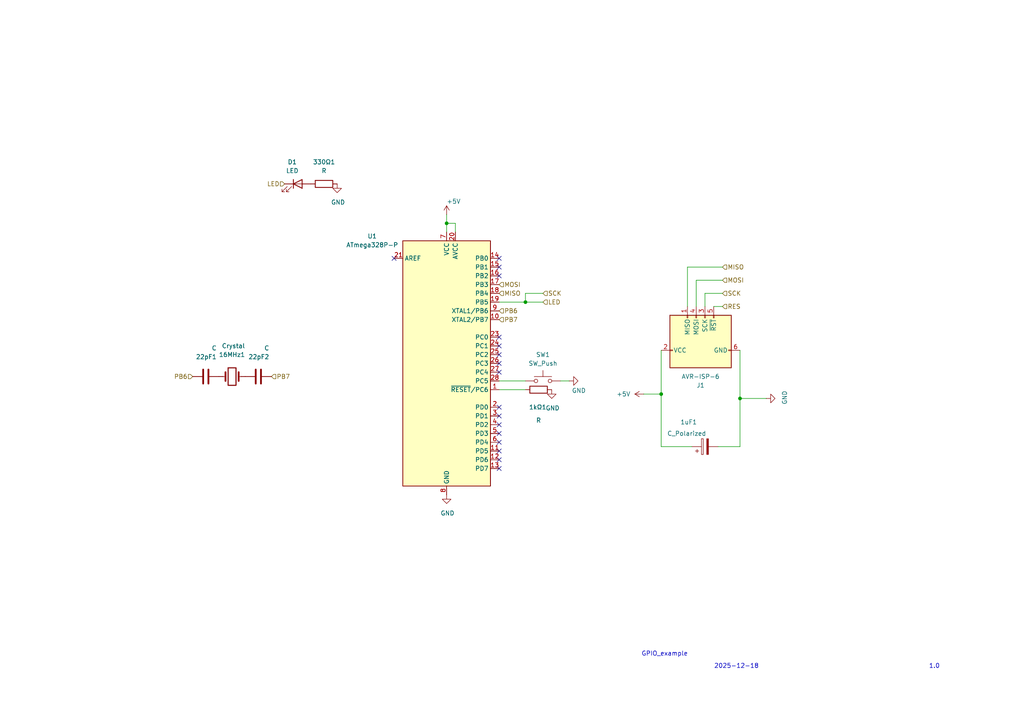
<source format=kicad_sch>
(kicad_sch (version 20250114) (generator "eeschema") (generator_version "9.0")
  (paper "A4")
  (lib_symbols
    (symbol "Connector:AVR-ISP-6" (pin_names (offset 1.016))
      (property "Reference" "J" (at -6.35 11.43 0))
      (property "Value" "AVR-ISP-6" (at 0 11.43 0))
      (symbol "AVR-ISP-6_0_1"
        (rectangle (start -2.667 10.16) (end -2.413 9.398))
        (rectangle (start -2.667 -6.858) (end -2.413 -7.62))
        (rectangle (start 7.62 10.16) (end -7.62 -7.62) (stroke (width 0.254)) (fill (type background)))
        (rectangle (start 7.62 5.207) (end 6.858 4.953))
        (rectangle (start 7.62 2.667) (end 6.858 2.413))
        (rectangle (start 7.62 0.127) (end 6.858 -0.127))
        (rectangle (start 7.62 -2.413) (end 6.858 -2.667))
      )
      (symbol "AVR-ISP-6_1_1"
        (pin passive line (at -2.54 12.7 270) (length 2.54) (name "VCC") (number "2"))
        (pin passive line (at -2.54 -10.16 90) (length 2.54) (name "GND") (number "6"))
        (pin passive line (at 10.16 5.08 180) (length 2.54) (name "MISO") (number "1"))
        (pin passive line (at 10.16 2.54 180) (length 2.54) (name "MOSI") (number "4"))
        (pin passive line (at 10.16 0 180) (length 2.54) (name "SCK") (number "3"))
        (pin passive line (at 10.16 -2.54 180) (length 2.54) (name "~{RST}") (number "5"))
      )
    )
    (symbol "Device:C" (pin_numbers (hide yes)) (pin_names (offset 0.254))
      (property "Reference" "C" (at 0.635 2.54 0))
      (property "Value" "C" (at 0.635 -2.54 0))
      (symbol "C_0_1"
        (polyline (pts (xy -2.032 0.762) (xy 2.032 0.762)) (stroke (width 0.508)))
        (polyline (pts (xy -2.032 -0.762) (xy 2.032 -0.762)) (stroke (width 0.508)))
      )
      (symbol "C_1_1"
        (pin passive line (at 0 3.81 270) (length 2.794) (name "~") (number "1"))
        (pin passive line (at 0 -3.81 90) (length 2.794) (name "~") (number "2"))
      )
    )
    (symbol "Device:C_Polarized" (pin_numbers (hide yes)) (pin_names (offset 0.254))
      (property "Reference" "C" (at 0.635 2.54 0))
      (property "Value" "C_Polarized" (at 0.635 -2.54 0))
      (symbol "C_Polarized_0_1"
        (rectangle (start -2.286 0.508) (end 2.286 1.016))
        (polyline (pts (xy -1.778 2.286) (xy -0.762 2.286)))
        (polyline (pts (xy -1.27 2.794) (xy -1.27 1.778)))
        (rectangle (start 2.286 -0.508) (end -2.286 -1.016) (fill (type outline)))
      )
      (symbol "C_Polarized_1_1"
        (pin passive line (at 0 3.81 270) (length 2.794) (name "~") (number "1"))
        (pin passive line (at 0 -3.81 90) (length 2.794) (name "~") (number "2"))
      )
    )
    (symbol "Device:Crystal" (pin_numbers (hide yes)) (pin_names (offset 1.016) (hide yes))
      (property "Reference" "Y" (at 0 3.81 0))
      (property "Value" "Crystal" (at 0 -3.81 0))
      (symbol "Crystal_0_1"
        (polyline (pts (xy -2.54 0) (xy -1.905 0)))
        (polyline (pts (xy -1.905 -1.27) (xy -1.905 1.27)) (stroke (width 0.508)))
        (rectangle (start -1.143 2.54) (end 1.143 -2.54) (stroke (width 0.3048)))
        (polyline (pts (xy 1.905 -1.27) (xy 1.905 1.27)) (stroke (width 0.508)))
        (polyline (pts (xy 2.54 0) (xy 1.905 0)))
      )
      (symbol "Crystal_1_1"
        (pin passive line (at -3.81 0 0) (length 1.27) (name "1") (number "1"))
        (pin passive line (at 3.81 0 180) (length 1.27) (name "2") (number "2"))
      )
    )
    (symbol "Device:LED" (pin_numbers (hide yes)) (pin_names (offset 1.016) (hide yes))
      (property "Reference" "D" (at 0 2.54 0))
      (property "Value" "LED" (at 0 -2.54 0))
      (symbol "LED_0_1"
        (polyline (pts (xy -3.048 -0.762) (xy -4.572 -2.286) (xy -3.81 -2.286) (xy -4.572 -2.286) (xy -4.572 -1.524)))
        (polyline (pts (xy -1.778 -0.762) (xy -3.302 -2.286) (xy -2.54 -2.286) (xy -3.302 -2.286) (xy -3.302 -1.524)))
        (polyline (pts (xy -1.27 0) (xy 1.27 0)))
        (polyline (pts (xy -1.27 -1.27) (xy -1.27 1.27)) (stroke (width 0.254)))
        (polyline (pts (xy 1.27 -1.27) (xy 1.27 1.27) (xy -1.27 0) (xy 1.27 -1.27)) (stroke (width 0.254)))
      )
      (symbol "LED_1_1"
        (pin passive line (at -3.81 0 0) (length 2.54) (name "K") (number "1"))
        (pin passive line (at 3.81 0 180) (length 2.54) (name "A") (number "2"))
      )
    )
    (symbol "Device:R" (pin_numbers (hide yes)) (pin_names (offset 0))
      (property "Reference" "R" (at 2.032 0 90))
      (property "Value" "R" (at 0 0 90))
      (symbol "R_0_1"
        (rectangle (start -1.016 -2.54) (end 1.016 2.54) (stroke (width 0.254)))
      )
      (symbol "R_1_1"
        (pin passive line (at 0 3.81 270) (length 1.27) (name "~") (number "1"))
        (pin passive line (at 0 -3.81 90) (length 1.27) (name "~") (number "2"))
      )
    )
    (symbol "MCU_Microchip_ATmega:ATmega328P-P"
      (property "Reference" "U" (at -12.7 36.83 0))
      (property "Value" "ATmega328P-P" (at 2.54 -36.83 0))
      (symbol "ATmega328P-P_0_1"
        (rectangle (start -12.7 -35.56) (end 12.7 35.56) (stroke (width 0.254)) (fill (type background)))
      )
      (symbol "ATmega328P-P_1_1"
        (pin passive line (at -15.24 30.48 0) (length 2.54) (name "AREF") (number "21"))
        (pin power_in line (at 0 38.1 270) (length 2.54) (name "VCC") (number "7"))
        (pin passive line (at 0 -38.1 90) (length 2.54) (hide yes) (name "GND") (number "22"))
        (pin power_in line (at 0 -38.1 90) (length 2.54) (name "GND") (number "8"))
        (pin power_in line (at 2.54 38.1 270) (length 2.54) (name "AVCC") (number "20"))
        (pin bidirectional line (at 15.24 30.48 180) (length 2.54) (name "PB0") (number "14"))
        (pin bidirectional line (at 15.24 27.94 180) (length 2.54) (name "PB1") (number "15"))
        (pin bidirectional line (at 15.24 25.4 180) (length 2.54) (name "PB2") (number "16"))
        (pin bidirectional line (at 15.24 22.86 180) (length 2.54) (name "PB3") (number "17"))
        (pin bidirectional line (at 15.24 20.32 180) (length 2.54) (name "PB4") (number "18"))
        (pin bidirectional line (at 15.24 17.78 180) (length 2.54) (name "PB5") (number "19"))
        (pin bidirectional line (at 15.24 15.24 180) (length 2.54) (name "XTAL1/PB6") (number "9"))
        (pin bidirectional line (at 15.24 12.7 180) (length 2.54) (name "XTAL2/PB7") (number "10"))
        (pin bidirectional line (at 15.24 7.62 180) (length 2.54) (name "PC0") (number "23"))
        (pin bidirectional line (at 15.24 5.08 180) (length 2.54) (name "PC1") (number "24"))
        (pin bidirectional line (at 15.24 2.54 180) (length 2.54) (name "PC2") (number "25"))
        (pin bidirectional line (at 15.24 0 180) (length 2.54) (name "PC3") (number "26"))
        (pin bidirectional line (at 15.24 -2.54 180) (length 2.54) (name "PC4") (number "27"))
        (pin bidirectional line (at 15.24 -5.08 180) (length 2.54) (name "PC5") (number "28"))
        (pin bidirectional line (at 15.24 -7.62 180) (length 2.54) (name "~{RESET}/PC6") (number "1"))
        (pin bidirectional line (at 15.24 -12.7 180) (length 2.54) (name "PD0") (number "2"))
        (pin bidirectional line (at 15.24 -15.24 180) (length 2.54) (name "PD1") (number "3"))
        (pin bidirectional line (at 15.24 -17.78 180) (length 2.54) (name "PD2") (number "4"))
        (pin bidirectional line (at 15.24 -20.32 180) (length 2.54) (name "PD3") (number "5"))
        (pin bidirectional line (at 15.24 -22.86 180) (length 2.54) (name "PD4") (number "6"))
        (pin bidirectional line (at 15.24 -25.4 180) (length 2.54) (name "PD5") (number "11"))
        (pin bidirectional line (at 15.24 -27.94 180) (length 2.54) (name "PD6") (number "12"))
        (pin bidirectional line (at 15.24 -30.48 180) (length 2.54) (name "PD7") (number "13"))
      )
    )
    (symbol "Switch:SW_Push" (pin_numbers (hide yes)) (pin_names (offset 1.016) (hide yes))
      (property "Reference" "SW" (at 1.27 2.54 0))
      (property "Value" "SW_Push" (at 0 -1.524 0))
      (symbol "SW_Push_0_1"
        (circle (center -2.032 0) (radius 0.508))
        (polyline (pts (xy 0 1.27) (xy 0 3.048)))
        (circle (center 2.032 0) (radius 0.508))
        (polyline (pts (xy 2.54 1.27) (xy -2.54 1.27)))
        (pin passive line (at -5.08 0 0) (length 2.54) (name "1") (number "1"))
        (pin passive line (at 5.08 0 180) (length 2.54) (name "2") (number "2"))
      )
    )
    (symbol "power:+5V" (power) (pin_numbers (hide yes)) (pin_names (offset 0) (hide yes))
      (property "Value" "+5V" (at 0 3.556 0))
      (symbol "+5V_0_1"
        (polyline (pts (xy -0.762 1.27) (xy 0 2.54)))
        (polyline (pts (xy 0 2.54) (xy 0.762 1.27)))
        (polyline (pts (xy 0 0) (xy 0 2.54)))
      )
      (symbol "+5V_1_1"
        (pin power_in line (at 0 0 90) (length 0) (name "~") (number "1"))
      )
    )
    (symbol "power:GND" (power) (pin_numbers (hide yes)) (pin_names (offset 0) (hide yes))
      (property "Value" "GND" (at 0 -3.81 0))
      (symbol "GND_0_1"
        (polyline (pts (xy 0 0) (xy 0 -1.27) (xy 1.27 -1.27) (xy 0 -2.54) (xy -1.27 -1.27) (xy 0 -1.27)))
      )
      (symbol "GND_1_1"
        (pin power_in line (at 0 0 270) (length 0) (name "~") (number "1"))
      )
    )
  )
  (text "1.0" (at 271.018 193.294 0) (effects (font (size 1.27 1.27))))
  (text "GPIO_example" (at 192.786 189.738 0) (effects (font (size 1.27 1.27))))
  (text "2025-12-18" (at 213.614 193.294 0) (effects (font (size 1.27 1.27))))
  (junction (at 129.54 64.77))
  (junction (at 214.63 115.57))
  (junction (at 191.77 114.3))
  (junction (at 152.4 87.63))
  (no_connect (at 144.78 102.87))
  (no_connect (at 114.3 74.93))
  (no_connect (at 144.78 100.33))
  (no_connect (at 144.78 107.95))
  (no_connect (at 144.78 77.47))
  (no_connect (at 144.78 128.27))
  (no_connect (at 144.78 125.73))
  (no_connect (at 144.78 120.65))
  (no_connect (at 144.78 130.81))
  (no_connect (at 144.78 80.01))
  (no_connect (at 144.78 118.11))
  (no_connect (at 144.78 74.93))
  (no_connect (at 144.78 105.41))
  (no_connect (at 144.78 123.19))
  (no_connect (at 144.78 133.35))
  (no_connect (at 144.78 135.89))
  (no_connect (at 144.78 97.79))
  (wire (pts (xy 191.77 129.54) (xy 200.66 129.54)))
  (wire (pts (xy 199.39 77.47) (xy 209.55 77.47)))
  (wire (pts (xy 214.63 115.57) (xy 214.63 129.54)))
  (wire (pts (xy 132.08 64.77) (xy 132.08 67.31)))
  (wire (pts (xy 129.54 62.23) (xy 129.54 64.77)))
  (wire (pts (xy 191.77 101.6) (xy 191.77 114.3)))
  (wire (pts (xy 204.47 85.09) (xy 209.55 85.09)))
  (wire (pts (xy 199.39 88.9) (xy 199.39 77.47)))
  (wire (pts (xy 214.63 115.57) (xy 222.25 115.57)))
  (wire (pts (xy 157.48 85.09) (xy 152.4 85.09)))
  (wire (pts (xy 201.93 88.9) (xy 201.93 81.28)))
  (wire (pts (xy 129.54 64.77) (xy 132.08 64.77)))
  (wire (pts (xy 129.54 64.77) (xy 129.54 67.31)))
  (wire (pts (xy 204.47 88.9) (xy 204.47 85.09)))
  (wire (pts (xy 144.78 113.03) (xy 152.4 113.03)))
  (wire (pts (xy 186.69 114.3) (xy 191.77 114.3)))
  (wire (pts (xy 165.1 110.49) (xy 162.56 110.49)))
  (wire (pts (xy 201.93 81.28) (xy 209.55 81.28)))
  (wire (pts (xy 152.4 85.09) (xy 152.4 87.63)))
  (wire (pts (xy 144.78 87.63) (xy 152.4 87.63)))
  (wire (pts (xy 209.55 88.9) (xy 207.01 88.9)))
  (wire (pts (xy 214.63 129.54) (xy 208.28 129.54)))
  (wire (pts (xy 191.77 114.3) (xy 191.77 129.54)))
  (wire (pts (xy 214.63 101.6) (xy 214.63 115.57)))
  (wire (pts (xy 152.4 87.63) (xy 157.48 87.63)))
  (wire (pts (xy 152.4 110.49) (xy 144.78 110.49)))
  (hierarchical_label "MISO" (shape input) (at 144.78 85.09 0))
  (hierarchical_label "PB7" (shape input) (at 78.74 109.22 0))
  (hierarchical_label "PB6" (shape input) (at 55.88 109.22 180))
  (hierarchical_label "PB7" (shape input) (at 144.78 92.71 0))
  (hierarchical_label "LED" (shape input) (at 82.55 53.34 180))
  (hierarchical_label "MISO" (shape input) (at 209.55 77.47 0))
  (hierarchical_label "RES" (shape input) (at 209.55 88.9 0))
  (hierarchical_label "PB6" (shape input) (at 144.78 90.17 0))
  (hierarchical_label "SCK" (shape input) (at 157.48 85.09 0))
  (hierarchical_label "SCK" (shape input) (at 209.55 85.09 0))
  (hierarchical_label "MOSI" (shape input) (at 209.55 81.28 0))
  (hierarchical_label "MOSI" (shape input) (at 144.78 82.55 0))
  (hierarchical_label "LED" (shape input) (at 157.48 87.63 0))
  (symbol (lib_id "MCU_Microchip_ATmega:ATmega328P-P") (at 129.54 105.41 0) (unit 1)
    (property "Reference" "U1" (at 107.95 68.5098 0))
    (property "Value" "ATmega328P-P" (at 107.95 71.0498 0))
    (property "Footprint" "Package_DIP:DIP-28_W7.62mm" (effects (hide yes)))
    (property "Datasheet" "http://ww1.microchip.com/downloads/en/DeviceDoc/ATmega328_P%20AVR%20MCU%20with%20picoPower%20Technology%20Data%20Sheet%2040001984A.pdf" (effects (hide yes)))
    (property "Description" "20MHz, 32kB Flash, 2kB SRAM, 1kB EEPROM, DIP-28" (effects (hide yes)))
  )
  (symbol (lib_id "Device:Crystal") (at 67.31 109.22 180) (unit 1)
    (property "Reference" "16MHz1" (at 71.12 102.8701 0) (effects (justify left)))
    (property "Value" "Crystal" (at 71.12 100.3301 0) (effects (justify left)))
    (property "Description" "Two pin crystal" (effects (hide yes)))
  )
  (symbol (lib_id "power:GND") (at 129.54 143.51 0) (unit 1)
    (property "Reference" "#PWR01" (effects (hide yes)))
    (property "Value" "GND" (at 129.794 148.844 0))
    (property "Description" "Power symbol creates a global label with name \"GND\" , ground" (effects (hide yes)))
  )
  (symbol (lib_id "Switch:SW_Push") (at 157.48 110.49 0) (unit 1)
    (property "Reference" "SW1" (at 157.48 102.87 0))
    (property "Value" "SW_Push" (at 157.48 105.41 0))
    (property "Description" "Push button switch, generic, two pins" (effects (hide yes)))
  )
  (symbol (lib_id "power:+5V") (at 186.69 114.3 90) (unit 1)
    (property "Reference" "#PWR02" (effects (hide yes)))
    (property "Value" "+5V" (at 182.88 114.3001 90) (effects (justify left)))
    (property "Description" "Power symbol creates a global label with name \"+5V\"" (effects (hide yes)))
  )
  (symbol (lib_id "Device:C") (at 74.93 109.22 90) (unit 1)
    (property "Reference" "22pF2" (at 78.105 103.5051 90) (effects (justify left)))
    (property "Value" "C" (at 78.105 100.9651 90) (effects (justify left)))
    (property "Description" "Unpolarized capacitor" (effects (hide yes)))
  )
  (symbol (lib_id "power:GND") (at 97.79 53.34 0) (unit 1)
    (property "Reference" "#PWR07" (effects (hide yes)))
    (property "Value" "GND" (at 98.044 58.674 0))
    (property "Description" "Power symbol creates a global label with name \"GND\" , ground" (effects (hide yes)))
  )
  (symbol (lib_id "power:GND") (at 222.25 115.57 90) (unit 1)
    (property "Reference" "#PWR05" (effects (hide yes)))
    (property "Value" "GND" (at 227.584 115.316 0))
    (property "Description" "Power symbol creates a global label with name \"GND\" , ground" (effects (hide yes)))
  )
  (symbol (lib_id "power:+5V") (at 129.54 62.23 0) (unit 1)
    (property "Reference" "#PWR03" (effects (hide yes)))
    (property "Value" "+5V" (at 129.5399 58.42 0) (effects (justify left)))
    (property "Description" "Power symbol creates a global label with name \"+5V\"" (effects (hide yes)))
  )
  (symbol (lib_id "Device:C") (at 59.69 109.22 90) (unit 1)
    (property "Reference" "22pF1" (at 62.865 103.5051 90) (effects (justify left)))
    (property "Value" "C" (at 62.865 100.9651 90) (effects (justify left)))
    (property "Description" "Unpolarized capacitor" (effects (hide yes)))
  )
  (symbol (lib_id "Device:R") (at 93.98 53.34 90) (unit 1)
    (property "Reference" "330Ω1" (at 93.98 46.99 90))
    (property "Value" "R" (at 93.98 49.53 90))
    (property "Description" "Resistor" (effects (hide yes)))
  )
  (symbol (lib_id "power:GND") (at 160.02 113.03 0) (unit 1)
    (property "Reference" "#PWR06" (effects (hide yes)))
    (property "Value" "GND" (at 160.274 118.364 0))
    (property "Description" "Power symbol creates a global label with name \"GND\" , ground" (effects (hide yes)))
  )
  (symbol (lib_id "Device:R") (at 156.21 113.03 90) (unit 1)
    (property "Reference" "1kΩ1" (at 155.956 118.11 90))
    (property "Value" "R" (at 156.21 121.92 90))
    (property "Description" "Resistor" (effects (hide yes)))
  )
  (symbol (lib_id "Device:C_Polarized") (at 204.47 129.54 90) (unit 1)
    (property "Reference" "1uF1" (at 202.184 122.428 90) (effects (justify left)))
    (property "Value" "C_Polarized" (at 204.8509 125.73 90) (effects (justify left)))
    (property "Description" "Polarized capacitor" (effects (hide yes)))
  )
  (symbol (lib_id "power:GND") (at 165.1 110.49 90) (unit 1)
    (property "Reference" "#PWR04" (effects (hide yes)))
    (property "Value" "GND" (at 167.894 113.284 90))
    (property "Description" "Power symbol creates a global label with name \"GND\" , ground" (effects (hide yes)))
  )
  (symbol (lib_id "Connector:AVR-ISP-6") (at 204.47 99.06 90) (unit 1)
    (property "Reference" "J1" (at 203.2 111.76 90))
    (property "Value" "AVR-ISP-6" (at 203.2 109.22 90))
    (property "Description" "Atmel 6-pin ISP connector" (effects (hide yes)))
  )
  (symbol (lib_id "Device:LED") (at 86.36 53.34 0) (unit 1)
    (property "Reference" "D1" (at 84.7725 46.99 0))
    (property "Value" "LED" (at 84.7725 49.53 0))
    (property "Description" "Light emitting diode" (effects (hide yes)))
    (property "Sim.Pins" "1=K 2=A" (effects (hide yes)))
  )
)
</source>
